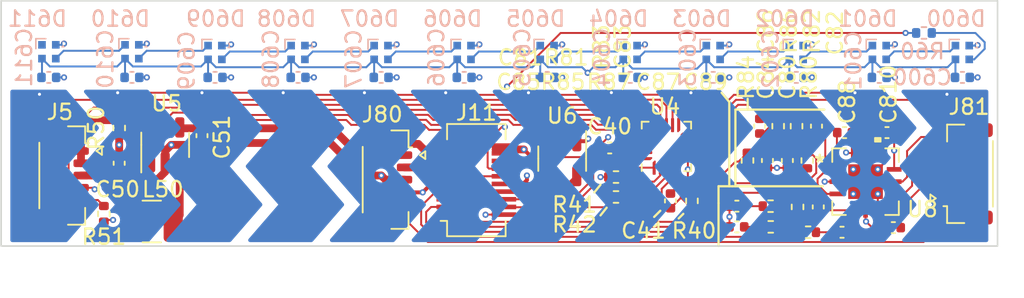
<source format=kicad_pcb>
(kicad_pcb (version 20211014) (generator pcbnew)
  (layers (0 "F.Cu" signal) (1 "In1.Cu" signal) (2 "In2.Cu" signal) (31 "B.Cu" signal) (34 "B.Paste" user) (35 "F.Paste" user) (36 "B.SilkS" user "B.Silkscreen") (37 "F.SilkS" user "F.Silkscreen") (38 "B.Mask" user) (39 "F.Mask" user) (44 "Edge.Cuts" user))
  (net 0 "")
  (net 1 "GND")
  (net 2 "GNDA")
  (net 3 "+3V3")
  (net 4 "Net-(C41-Pad1)")
  (net 5 "/LED_SW")
  (net 6 "VBUS")
  (net 7 "+1V8")
  (net 8 "+BATT")
  (net 9 "Net-(C80-Pad1)")
  (net 10 "Net-(C81-Pad1)")
  (net 11 "Net-(C82-Pad2)")
  (net 12 "/RGB_VDD")
  (net 13 "Net-(D600-Pad4)")
  (net 14 "Net-(D600-Pad2)")
  (net 15 "Net-(D601-Pad4)")
  (net 16 "Net-(D602-Pad4)")
  (net 17 "Net-(D603-Pad4)")
  (net 18 "Net-(D604-Pad4)")
  (net 19 "Net-(D605-Pad4)")
  (net 20 "Net-(D606-Pad4)")
  (net 21 "Net-(D607-Pad4)")
  (net 22 "Net-(D608-Pad4)")
  (net 23 "Net-(D609-Pad4)")
  (net 24 "Net-(D610-Pad4)")
  (net 26 "Net-(R40-Pad2)")
  (net 27 "/SCL")
  (net 28 "/SDA")
  (net 29 "/LED_FB")
  (net 30 "/D2")
  (net 31 "/vs1053_RIGHT")
  (net 32 "/vs1053_LEFT")
  (net 33 "Net-(C82-Pad1)")
  (net 34 "/AOHPR")
  (net 35 "/AOHPL")
  (net 36 "/L_OUT")
  (net 37 "/D3")
  (net 38 "/D11")
  (net 39 "/D7")
  (net 40 "/ELEC0")
  (net 41 "/ELEC1")
  (net 42 "/ELEC2")
  (net 43 "/ELEC3")
  (net 44 "/ELEC4")
  (net 45 "/ELEC5")
  (net 46 "/ELEC6")
  (net 47 "/ELEC7")
  (net 48 "/ELEC8")
  (net 49 "/ELEC9")
  (net 50 "/ELEC10")
  (net 51 "/ELEC11")
  (net 52 "Net-(L50-Pad1)")
  (net 54 "/R_OUT")
  (net 55 "Net-(C88-Pad1)")
  (net 56 "Net-(C88-Pad2)")
  (net 57 "Net-(C89-Pad1)")
  (net 58 "Net-(C84-Pad1)")
  (net 59 "Net-(C85-Pad1)")
  (net 60 "Net-(C86-Pad1)")
  (net 61 "Net-(C87-Pad1)")
  (net 62 "/A3")
  (net 63 "Net-(C83-Pad1)")
  (net 64 "Net-(C83-Pad2)")
  (footprint "Resistor_SMD:R_0402_1005Metric" (layer "F.Cu") (at 71.7 117.9 -90)
    (fp_text reference "R51")
    (fp_text value "100K")
  )
  (footprint "Capacitor_SMD:C_0402_1005Metric" (layer "F.Cu") (at 114.489588 112.18 90)
    (fp_text reference "C86")
    (fp_text value "1uf")
  )
  (footprint "Capacitor_SMD:C_0402_1005Metric" (layer "F.Cu") (at 116.289588 114.42 -90)
    (fp_text reference "C80")
    (fp_text value "10nF")
  )
  (footprint "Connector_Hirose:Hirose_DF52-5S-0.8H_1x05-1MP_P0.80mm_Horizontal" (layer "F.Cu") (at 69.11 115.4 -90)
    (fp_text reference "J5")
    (fp_text value "Conn_01x05_Female")
  )
  (footprint "Connector_Hirose:Hirose_DF12_DF12C3.0-20DS-0.5V_2x10_P0.50mm_Vertical" (layer "F.Cu") (at 96 115.7 90)
    (fp_text reference "J11")
    (fp_text value "Conn_01x20_Male")
  )
  (footprint "Resistor_SMD:R_0402_1005Metric" (layer "F.Cu") (at 117.589588 114.42 -90)
    (fp_text reference "R80")
    (fp_text value "22")
  )
  (footprint "Resistor_SMD:R_0402_1005Metric" (layer "F.Cu") (at 105.11 116.8 180)
    (fp_text reference "R42")
    (fp_text value "10K")
  )
  (footprint "Resistor_SMD:R_0402_1005Metric" (layer "F.Cu") (at 105.11 115.5 180)
    (fp_text reference "R41")
    (fp_text value "10K")
  )
  (footprint "Inductor_SMD:L_1210_3225Metric" (layer "F.Cu") (at 74.825 118.4 180)
    (fp_text reference "L50")
    (fp_text value "4.7μH")
  )
  (footprint "Capacitor_SMD:C_0402_1005Metric" (layer "F.Cu") (at 112.995 118.75 180)
    (fp_text reference "C85")
    (fp_text value "10nF")
  )
  (footprint "Capacitor_SMD:C_0402_1005Metric" (layer "F.Cu") (at 118.305 117.45 90)
    (fp_text reference "C83")
    (fp_text value "1uf")
  )
  (footprint "Connector_Hirose:Hirose_DF52-5S-0.8H_1x05-1MP_P0.80mm_Horizontal" (layer "F.Cu") (at 90.205724 115.67 -90)
    (fp_text reference "J80")
    (fp_text value "Conn_01x04_Female")
  )
  (footprint "Resistor_SMD:R_0402_1005Metric" (layer "F.Cu") (at 116.889588 112.18 -90)
    (fp_text reference "R82")
    (fp_text value "100")
  )
  (footprint "Resistor_SMD:R_0402_1005Metric" (layer "F.Cu") (at 117.645 119.1 180)
    (fp_text reference "R87")
    (fp_text value "100")
  )
  (footprint "footprints:max9725aetc&plus_" (layer "F.Cu") (at 121.389588 115.8)
    (fp_text reference "U8")
    (fp_text value "max9725aetc+" hide)
  )
  (footprint "Package_TO_SOT_SMD:SOT-23-5" (layer "F.Cu") (at 101.6 114.3 -90)
    (fp_text reference "U6")
    (fp_text value "AP22814AW5")
  )
  (footprint "Resistor_SMD:R_0402_1005Metric" (layer "F.Cu") (at 113.689588 114.42 -90)
    (fp_text reference "R84")
    (fp_text value "22")
  )
  (footprint "Resistor_SMD:R_0402_1005Metric" (layer "F.Cu") (at 115.195 117.4 180)
    (fp_text reference "R81")
    (fp_text value "22")
  )
  (footprint "Package_DFN_QFN:UQFN-20_3x3mm_P0.4mm" (layer "F.Cu") (at 108.4 113.5 90)
    (fp_text reference "U4")
    (fp_text value "MPR121Q")
  )
  (footprint "Capacitor_SMD:C_0402_1005Metric" (layer "F.Cu") (at 123.205 118.8)
    (fp_text reference "C89")
    (fp_text value "1uf")
  )
  (footprint "Capacitor_SMD:C_0402_1005Metric" (layer "F.Cu") (at 104.7 113.6 180)
    (fp_text reference "C40")
    (fp_text value "0.1uF")
  )
  (footprint "Package_TO_SOT_SMD:TSOT-23-5" (layer "F.Cu") (at 75.7 113.4 90)
    (fp_text reference "U5")
    (fp_text value "PAM2804")
  )
  (footprint "Resistor_SMD:R_0402_1005Metric" (layer "F.Cu") (at 116.955 117.45 90)
    (fp_text reference "R83")
    (fp_text value "100")
  )
  (footprint "Resistor_SMD:R_0402_1005Metric" (layer "F.Cu") (at 110.065 117.055 90)
    (fp_text reference "R40")
    (fp_text value "75K")
  )
  (footprint "Capacitor_SMD:C_0402_1005Metric" (layer "F.Cu") (at 72.7 114.6 90)
    (fp_text reference "C50")
    (fp_text value "10uF")
  )
  (footprint "Resistor_SMD:R_0402_1005Metric" (layer "F.Cu") (at 72.7 112.3 -90)
    (fp_text reference "R50")
    (fp_text value "0.33")
  )
  (footprint "Capacitor_SMD:C_0402_1005Metric" (layer "F.Cu") (at 118.189588 112.18 90)
    (fp_text reference "C82")
    (fp_text value "1uf")
  )
  (footprint "Capacitor_SMD:C_0402_1005Metric" (layer "F.Cu") (at 122.789588 112.6 180)
    (fp_text reference "C810")
    (fp_text value "1uf")
  )
  (footprint "Capacitor_SMD:C_0402_1005Metric" (layer "F.Cu") (at 120.022688 112.6)
    (fp_text reference "C88")
    (fp_text value "1uf")
  )
  (footprint "Capacitor_SMD:C_0402_1005Metric" (layer "F.Cu") (at 78.1 112.8 90)
    (fp_text reference "C51")
    (fp_text value "10uF")
  )
  (footprint "Capacitor_SMD:C_0402_1005Metric" (layer "F.Cu") (at 114.989588 114.42 -90)
    (fp_text reference "C84")
    (fp_text value "10nF")
  )
  (footprint "Capacitor_SMD:C_0402_1005Metric" (layer "F.Cu") (at 112.995 117.4 180)
    (fp_text reference "C81")
    (fp_text value "10nF")
  )
  (footprint "Capacitor_SMD:C_0402_1005Metric" (layer "F.Cu") (at 108.665 117.055 -90)
    (fp_text reference "C41")
    (fp_text value "0.1uF")
  )
  (footprint "Connector_Hirose:Hirose_DF52-5S-0.8H_1x05-1MP_P0.80mm_Horizontal" (layer "F.Cu") (at 128.08 115.29 90)
    (fp_text reference "J81")
    (fp_text value "Conn_01x02_Female")
  )
  (footprint "Capacitor_SMD:C_0402_1005Metric" (layer "F.Cu") (at 119.855 119.1)
    (fp_text reference "C87")
    (fp_text value "1uf")
  )
  (footprint "Resistor_SMD:R_0402_1005Metric" (layer "F.Cu") (at 115.689588 112.18 -90)
    (fp_text reference "R86")
    (fp_text value "100")
  )
  (footprint "Resistor_SMD:R_0402_1005Metric" (layer "F.Cu") (at 115.205 118.75 180)
    (fp_text reference "R85")
    (fp_text value "22")
  )
  (footprint "LED_SMD:LED_SK6812_EC15_1.5x1.5mm" (layer "B.Cu") (at 68.114008 107.323489 180)
    (fp_text reference "D611")
    (fp_text value "SK6812")
  )
  (footprint "Capacitor_SMD:C_0402_1005Metric" (layer "B.Cu") (at 78.955715 109)
    (fp_text reference "C609")
    (fp_text value "1uF")
  )
  (footprint "LED_SMD:LED_SK6812_EC15_1.5x1.5mm" (layer "B.Cu") (at 100.618132 107.373489 180)
    (fp_text reference "D605")
    (fp_text value "SK6812")
  )
  (footprint "LED_SMD:LED_SK6812_EC15_1.5x1.5mm" (layer "B.Cu") (at 127.704903 107.373489 180)
    (fp_text reference "D600")
    (fp_text value "SK6812")
  )
  (footprint "LED_SMD:LED_SK6812_EC15_1.5x1.5mm" (layer "B.Cu") (at 89.783424 107.373489 180)
    (fp_text reference "D607")
    (fp_text value "SK6812")
  )
  (footprint "Capacitor_SMD:C_0402_1005Metric" (layer "B.Cu") (at 95.207201 109)
    (fp_text reference "C606")
    (fp_text value "1uF")
  )
  (footprint "LED_SMD:LED_SK6812_EC15_1.5x1.5mm" (layer "B.Cu") (at 122.287548 107.373489 180)
    (fp_text reference "D601")
    (fp_text value "SK6812")
  )
  (footprint "Capacitor_SMD:C_0402_1005Metric" (layer "B.Cu") (at 100.624826 109)
    (fp_text reference "C605")
    (fp_text value "1uF")
  )
  (footprint "Capacitor_SMD:C_0402_1005Metric" (layer "B.Cu") (at 122.284969 109)
    (fp_text reference "C601")
    (fp_text value "1uF")
  )
  (footprint "Capacitor_SMD:C_0402_1005Metric" (layer "B.Cu") (at 127.709539 109)
    (fp_text reference "C600")
    (fp_text value "1uF")
  )
  (footprint "Capacitor_SMD:C_0402_1005Metric" (layer "B.Cu") (at 68.11 109)
    (fp_text reference "C611")
    (fp_text value "1uF")
  )
  (footprint "Capacitor_SMD:C_0402_1005Metric" (layer "B.Cu") (at 106.038203 109)
    (fp_text reference "C604")
    (fp_text value "1uF")
  )
  (footprint "LED_SMD:LED_SK6812_EC15_1.5x1.5mm" (layer "B.Cu") (at 95.200778 107.373489 180)
    (fp_text reference "D606")
    (fp_text value "SK6812")
  )
  (footprint "Capacitor_SMD:C_0402_1005Metric" (layer "B.Cu") (at 84.370871 109)
    (fp_text reference "C608")
    (fp_text value "1uF")
  )
  (footprint "Capacitor_SMD:C_0402_1005Metric" (layer "B.Cu") (at 116.873093 109)
    (fp_text reference "C602")
    (fp_text value "1uF")
  )
  (footprint "Resistor_SMD:R_0402_1005Metric" (layer "B.Cu") (at 125.2 106.1)
    (fp_text reference "R60")
    (fp_text value "470")
  )
  (footprint "LED_SMD:LED_SK6812_EC15_1.5x1.5mm" (layer "B.Cu") (at 116.870194 107.373489 180)
    (fp_text reference "D602")
    (fp_text value "SK6812")
  )
  (footprint "LED_SMD:LED_SK6812_EC15_1.5x1.5mm" (layer "B.Cu") (at 106.035486 107.373489 180)
    (fp_text reference "D604")
    (fp_text value "SK6812")
  )
  (footprint "Capacitor_SMD:C_0402_1005Metric" (layer "B.Cu") (at 89.789267 109)
    (fp_text reference "C607")
    (fp_text value "1uF")
  )
  (footprint "LED_SMD:LED_SK6812_EC15_1.5x1.5mm" (layer "B.Cu") (at 73.531362 107.323489 180)
    (fp_text reference "D610")
    (fp_text value "SK6812")
  )
  (footprint "LED_SMD:LED_SK6812_EC15_1.5x1.5mm" (layer "B.Cu") (at 84.36607 107.373489 180)
    (fp_text reference "D608")
    (fp_text value "SK6812")
  )
  (footprint "Capacitor_SMD:C_0402_1005Metric" (layer "B.Cu") (at 73.533846 109)
    (fp_text reference "C610")
    (fp_text value "1uF")
  )
  (footprint "LED_SMD:LED_SK6812_EC15_1.5x1.5mm" (layer "B.Cu") (at 111.45284 107.373489 180)
    (fp_text reference "D603")
    (fp_text value "SK6812")
  )
  (footprint "Capacitor_SMD:C_0402_1005Metric" (layer "B.Cu") (at 111.451456 109)
    (fp_text reference "C603")
    (fp_text value "1uF")
  )
  (footprint "LED_SMD:LED_SK6812_EC15_1.5x1.5mm" (layer "B.Cu") (at 78.948716 107.373489 180)
    (fp_text reference "D609")
    (fp_text value "SK6812")
  )
  (gr_line (start 112.9 116.1) (end 112.9 111.1) (layer "F.SilkS") (width 0.15))
  (gr_line (start 107.6 118.1) (end 108 117.7) (layer "F.SilkS") (width 0.15))
  (gr_line (start 112.9 111.1) (end 118.7 111.1) (layer "F.SilkS") (width 0.15))
  (gr_line (start 111.8 116.1) (end 112.7 116.1) (layer "F.SilkS") (width 0.15))
  (gr_line (start 112.7 116.1) (end 118.6 116.1) (layer "F.SilkS") (width 0.15))
  (gr_line (start 111.8 117.2) (end 111.8 116.1) (layer "F.SilkS") (width 0.15))
  (gr_line (start 113.7 110.4) (end 113.7 111.1) (layer "F.SilkS") (width 0.15))
  (gr_line (start 111.8 120) (end 111.8 117.2) (layer "F.SilkS") (width 0.15))
  (gr_line (start 104.1 118) (end 104.5 117.5) (layer "F.SilkS") (width 0.15))
  (gr_line (start 109.2 118.2) (end 109.5 117.9) (layer "F.SilkS") (width 0.15))
  (gr_line (start 112.5 116.1) (end 112.5 110.6) (layer "F.SilkS") (width 0.15))
  (gr_line (start 103.7 116.5) (end 104.1 116) (layer "F.SilkS") (width 0.15))
  (gr_line (start 112.5 110.6) (end 112 110) (layer "F.SilkS") (width 0.15))
  (gr_rect locked (start 65 104) (end 130 120) (layer "Edge.Cuts") (width 0.1) (fill none))
  (segment (start 71.81 118.3) (end 71.7 118.41) (width 0.127) (layer "F.Cu") (net 1))
  (segment (start 89.8 115.4) (end 90.07 115.67) (width 0.508) (layer "F.Cu") (net 1))
  (segment (start 99.55152 114.15152) (end 99.1 113.7) (width 0.254) (layer "F.Cu") (net 1))
  (segment (start 90.07 115.67) (end 91.315724 115.67) (width 0.508) (layer "F.Cu") (net 1))
  (segment (start 108.8 115.560044) (end 108.8 114.8875) (width 0.127) (layer "F.Cu") (net 1))
  (segment (start 101.49696 114.2) (end 103.62 114.2) (width 0.127) (layer "F.Cu") (net 1))
  (segment (start 72.7 114.1) (end 72.7 113.4) (width 0.508) (layer "F.Cu") (net 1))
  (segment (start 108.09198 116.96198) (end 108.09198 116.268064) (width 0.127) (layer "F.Cu") (net 1))
  (segment (start 76.1 113.4) (end 77.98 113.4) (width 0.508) (layer "F.Cu") (net 1))
  (segment (start 73.99648 115.19648) (end 73.99648 115.299986) (width 0.508) (layer "F.Cu") (net 1))
  (segment (start 109.335 116.865) (end 109.335 116.36677) (width 0.127) (layer "F.Cu") (net 1))
  (segment (start 101.44848 114.15152) (end 101.49696 114.2) (width 0.127) (layer "F.Cu") (net 1))
  (segment (start 108.09198 116.268064) (end 108.8 115.560044) (width 0.127) (layer "F.Cu") (net 1))
  (segment (start 74.350014 115.65352) (end 75.203502 115.65352) (width 0.508) (layer "F.Cu") (net 1))
  (segment (start 75.203502 115.65352) (end 75.7 115.157022) (width 0.508) (layer "F.Cu") (net 1))
  (segment (start 86.48 113.28) (end 88.6 115.4) (width 0.508) (layer "F.Cu") (net 1))
  (segment (start 72.7 114.12) (end 72.7 114.1) (width 0.508) (layer "F.Cu") (net 1))
  (segment (start 72.7 113.4) (end 72.7 112.81) (width 0.508) (layer "F.Cu") (net 1))
  (segment (start 108.665 117.535) (end 108.09198 116.96198) (width 0.127) (layer "F.Cu") (net 1))
  (segment (start 75.7 115.157022) (end 75.7 114.5375) (width 0.508) (layer "F.Cu") (net 1))
  (segment (start 88.6 115.4) (end 89.8 115.4) (width 0.508) (layer "F.Cu") (net 1))
  (segment (start 109.8 115) (end 109.8 114.3125) (width 0.127) (layer "F.Cu") (net 1))
  (segment (start 77.98 113.4) (end 78.1 113.28) (width 0.508) (layer "F.Cu") (net 1))
  (segment (start 109.8 115.90177) (end 109.8 115) (width 0.127) (layer "F.Cu") (net 1))
  (segment (start 101.44848 114.15152) (end 99.55152 114.15152) (width 0.254) (layer "F.Cu") (net 1))
  (segment (start 101.6 114) (end 101.6 113.1625) (width 0.254) (layer "F.Cu") (net 1))
  (segment (start 103.62 114.2) (end 104.22 113.6) (width 0.127) (layer "F.Cu") (net 1))
  (segment (start 110.065 117.565) (end 109.365 116.865) (width 0.127) (layer "F.Cu") (net 1))
  (segment (start 104.22 113.6) (end 104.22 113.28) (width 0.127) (layer "F.Cu") (net 1))
  (segment (start 72.7 114.12) (end 72.92 114.12) (width 0.508) (layer "F.Cu") (net 1))
  (segment (start 109.8 114.3125) (end 109.7875 114.3) (width 0.127) (layer "F.Cu") (net 1))
  (segment (start 101.6 114) (end 101.44848 114.15152) (width 0.254) (layer "F.Cu") (net 1))
  (segment (start 78.1 113.28) (end 86.48 113.28) (width 0.508) (layer "F.Cu") (net 1))
  (segment (start 73.99648 115.299986) (end 74.350014 115.65352) (width 0.508) (layer "F.Cu") (net 1))
  (segment (start 75.7 113.8) (end 76.1 113.4) (width 0.508) (layer "F.Cu") (net 1))
  (segment (start 75.7 114.5375) (end 75.7 113.8) (width 0.508) (layer "F.Cu") (net 1))
  (segment (start 72.3 118.3) (end 71.81 118.3) (width 0.127) (layer "F.Cu") (net 1))
  (segment (start 109.335 116.865) (end 108.665 117.535) (width 0.127) (layer "F.Cu") (net 1))
  (segment (start 99.1 113.7) (end 97.254009 113.7) (width 0.508) (layer "F.Cu") (net 1))
  (segment (start 72.92 114.12) (end 73.99648 115.19648) (width 0.508) (layer "F.Cu") (net 1))
  (segment (start 104.22 113.28) (end 104.6 112.9) (width 0.127) (layer "F.Cu") (net 1))
  (segment (start 109.335 116.36677) (end 109.8 115.90177) (width 0.127) (layer "F.Cu") (net 1))
  (via (at 80 106.848509) (size 0.4) (drill 0.2) (layers "F.Cu" "B.Cu") (net 1))
  (via (at 123.305924 106.837) (size 0.4) (drill 0.2) (layers "F.Cu" "B.Cu") (net 1))
  (via (at 96.2 109) (size 0.4) (drill 0.2) (layers "F.Cu" "B.Cu") (net 1))
  (via (at 69.1 109) (size 0.4) (drill 0.2) (layers "F.Cu" "B.Cu") (net 1))
  (via (at 107 109) (size 0.4) (drill 0.2) (layers "F.Cu" "B.Cu") (net 1))
  (via (at 72.7 113.4) (size 0.4) (drill 0.2) (layers "F.Cu" "B.Cu") (net 1))
  (via (at 69.1 106.798509) (size 0.4) (drill 0.2) (layers "F.Cu" "B.Cu") (net 1))
  (via (at 128.7 106.9) (size 0.4) (drill 0.2) (layers "F.Cu" "B.Cu") (net 1))
  (via (at 96.2 106.848509) (size 0.4) (drill 0.2) (layers "F.Cu" "B.Cu") (net 1))
  (via (at 107.000317 106.848509) (size 0.4) (drill 0.2) (layers "F.Cu" "B.Cu") (net 1))
  (via (at 101.602462 106.848509) (size 0.4) (drill 0.2) (layers "F.Cu" "B.Cu") (net 1))
  (via (at 101.6 109) (size 0.4) (drill 0.2) (layers "F.Cu" "B.Cu") (net 1))
  (via (at 128.7 109) (size 0.4) (drill 0.2) (layers "F.Cu" "B.Cu") (net 1))
  (via (at 99.1 113.7) (size 0.4) (drill 0.2) (layers "F.Cu" "B.Cu") (net 1))
  (via (at 109.8 115) (size 0.4) (drill 0.2) (layers "F.Cu" "B.Cu") (net 1))
  (via (at 85.407793 106.848509) (size 0.4) (drill 0.2) (layers "F.Cu" "B.Cu") (net 1))
  (via (at 72.3 118.3) (size 0.4) (drill 0.2) (layers "F.Cu" "B.Cu") (net 1))
  (via (at 104.6 112.9) (size 0.4) (drill 0.2) (layers "F.Cu" "B.Cu") (net 1))
  (via (at 74.5 109) (size 0.4) (drill 0.2) (layers "F.Cu" "B.Cu") (net 1))
  (via (at 123.3 109) (size 0.4) (drill 0.2) (layers "F.Cu" "B.Cu") (net 1))
  (via (at 117.907471 106.848509) (size 0.4) (drill 0.2) (layers "F.Cu" "B.Cu") (net 1))
  (via (at 80 109) (size 0.4) (drill 0.2) (layers "F.Cu" "B.Cu") (net 1))
  (via (at 117.9 109) (size 0.4) (drill 0.2) (layers "F.Cu" "B.Cu") (net 1))
  (via (at 85.4 109) (size 0.4) (drill 0.2) (layers "F.Cu" "B.Cu") (net 1))
  (via (at 112.5 106.848509) (size 0.4) (drill 0.2) (layers "F.Cu" "B.Cu") (net 1))
  (via (at 90.8 109) (size 0.4) (drill 0.2) (layers "F.Cu" "B.Cu") (net 1))
  (via (at 89.8 115.4) (size 0.4) (drill 0.2) (layers "F.Cu" "B.Cu") (net 1))
  (via (at 90.8 106.848509) (size 0.4) (drill 0.2) (layers "F.Cu" "B.Cu") (net 1))
  (via (at 76.1 113.4) (size 0.4) (drill 0.2) (layers "F.Cu" "B.Cu") (net 1))
  (via (at 112.5 109) (size 0.4) (drill 0.2) (layers "F.Cu" "B.Cu") (net 1))
  (via (at 74.502781 106.798509) (size 0.4) (drill 0.2) (layers "F.Cu" "B.Cu") (net 1))
  (segment (start 111.931456 109) (end 112.5 109) (width 0.127) (layer "B.Cu") (net 1))
  (segment (start 101.527482 106.923489) (end 101.602462 106.848509) (width 0.127) (layer "B.Cu") (net 1))
  (segment (start 74.013846 109) (end 74.5 109) (width 0.127) (layer "B.Cu") (net 1))
  (segment (start 101.104826 109) (end 101.6 109) (width 0.127) (layer "B.Cu") (net 1))
  (segment (start 106.925337 106.923489) (end 107.000317 106.848509) (width 0.127) (layer "B.Cu") (net 1))
  (segment (start 85.332813 106.923489) (end 85.407793 106.848509) (width 0.127) (layer "B.Cu") (net 1))
  (segment (start 122.764969 109) (end 123.3 109) (width 0.127) (layer "B.Cu") (net 1))
  (segment (start 68.564008 106.873489) (end 69.02502 106.873489) (width 0.127) (layer "B.Cu") (net 1))
  (segment (start 90.269267 109) (end 90.8 109) (width 0.127) (layer "B.Cu") (net 1))
  (segment (start 117.353093 109) (end 117.9 109) (width 0.127) (layer "B.Cu") (net 1))
  (segment (start 128.676511 106.923489) (end 128.7 106.9) (width 0.127) (layer "B.Cu") (net 1))
  (segment (start 111.90284 106.923489) (end 112.42502 106.923489) (width 0.127) (layer "B.Cu") (net 1))
  (segment (start 123.219435 106.923489) (end 123.305924 106.837) (width 0.127) (layer "B.Cu") (net 1))
  (segment (start 112.42502 106.923489) (end 112.5 106.848509) (width 0.127) (layer "B.Cu") (net 1))
  (segment (start 79.92502 106.923489) (end 80 106.848509) (width 0.127) (layer "B.Cu") (net 1))
  (segment (start 79.398716 106.923489) (end 79.92502 106.923489) (width 0.127) (layer "B.Cu") (net 1))
  (segment (start 117.320194 106.923489) (end 117.832491 106.923489) (width 0.127) (layer "B.Cu") (net 1))
  (segment (start 68.59 109) (end 69.1 109) (width 0.127) (layer "B.Cu") (net 1))
  (segment (start 106.518203 109) (end 107 109) (width 0.127) (layer "B.Cu") (net 1))
  (segment (start 84.81607 106.923489) (end 85.332813 106.923489) (width 0.127) (layer "B.Cu") (net 1))
  (segment (start 95.650778 106.923489) (end 96.12502 106.923489) (width 0.127) (layer "B.Cu") (net 1))
  (segment (start 101.068132 106.923489) (end 101.527482 106.923489) (width 0.127) (layer "B.Cu") (net 1))
  (segment (start 79.435715 109) (end 80 109) (width 0.127) (layer "B.Cu") (net 1))
  (segment (start 128.154903 106.923489) (end 128.676511 106.923489) (width 0.127) (layer "B.Cu") (net 1))
  (segment (start 117.832491 106.923489) (end 117.907471 106.848509) (width 0.127) (layer "B.Cu") (net 1))
  (segment (start 73.981362 106.873489) (end 74.427801 106.873489) (width 0.127) (layer "B.Cu") (net 1))
  (segment (start 90.72502 106.923489) (end 90.8 106.848509) (width 0.127) (layer "B.Cu") (net 1))
  (segment (start 69.02502 106.873489) (end 69.1 106.798509) (width 0.127) (layer "B.Cu") (net 1))
  (segment (start 74.427801 106.873489) (end 74.502781 106.798509) (width 0.127) (layer "B.Cu") (net 1))
  (segment (start 95.687201 109) (end 96.2 109) (width 0.127) (layer "B.Cu") (net 1))
  (segment (start 90.233424 106.923489) (end 90.72502 106.923489) (width 0.127) (layer "B.Cu") (net 1))
  (segment (start 106.485486 106.923489) (end 106.925337 106.923489) (width 0.127) (layer "B.Cu") (net 1))
  (segment (start 96.12502 106.923489) (end 96.2 106.848509) (width 0.127) (layer "B.Cu") (net 1))
  (segment (start 122.737548 106.923489) (end 123.219435 106.923489) (width 0.127) (layer "B.Cu") (net 1))
  (segment (start 128.189539 109) (end 128.7 109) (width 0.127) (layer "B.Cu") (net 1))
  (segment (start 84.850871 109) (end 85.4 109) (width 0.127) (layer "B.Cu") (net 1))
  (segment (start 121.389588 113.9331) (end 121.389588 115.8) (width 0.127) (layer "F.Cu") (net 2))
  (segment (start 92.5 116.5) (end 91.345724 116.5) (width 0.254) (layer "F.Cu") (net 2))
  (segment (start 91.345724 116.5) (end 91.315724 116.47) (width 0.254) (layer "F.Cu") (net 2))
  (segment (start 122.605 112.895412) (end 122.605 114.584588) (width 0.127) (layer "F.Cu") (net 2))
  (segment (start 122.189589 117.6669) (end 122.5519 117.6669) (width 0.127) (layer "F.Cu") (net 2))
  (segment (start 122.189588 116.6) (end 121.389588 115.8) (width 0.127) (layer "F.Cu") (net 2))
  (segment (start 112.515 118.09) (end 112.515 117.4) (width 0.127) (layer "F.Cu") (net 2))
  (segment (start 122.189589 117.6669) (end 122.189589 116.600001) (width 0.127) (layer "F.Cu") (net 2))
  (segment (start 126.97 114.49) (end 126.721257 114.49) (width 0.127) (layer "F.Cu") (net 2))
  (segment (start 122.605 114.584588) (end 122.189588 115) (width 0.127) (layer "F.Cu") (net 2))
  (segment (start 94.2 115.95) (end 93.05 115.95) (width 0.254) (layer "F.Cu") (net 2))
  (segment (start 115.609588 114.9) (end 116.289588 114.9) (width 0.127) (layer "F.Cu") (net 2))
  (segment (start 122.189589 116.600001) (end 122.189588 116.6) (width 0.127) (layer "F.Cu") (net 2))
  (segment (start 114.989588 114.9) (end 115.609588 114.9) (width 0.127) (layer "F.Cu") (net 2))
  (segment (start 93.05 115.95) (end 92.5 116.5) (width 0.254) (layer "F.Cu") (net 2))
  (segment (start 122.309588 112.6) (end 122.605 112.895412) (width 0.127) (layer "F.Cu") (net 2))
  (segment (start 126.721257 114.49) (end 123.685 117.526257) (width 0.127) (layer "F.Cu") (net 2))
  (segment (start 122.5519 117.6669) (end 123.685 118.8) (width 0.127) (layer "F.Cu") (net 2))
  (segment (start 112.515 118.75) (end 112.515 118.09) (width 0.127) (layer "F.Cu") (net 2))
  (segment (start 123.685 117.526257) (end 123.685 118.8) (width 0.127) (layer "F.Cu") (net 2))
  (via (at 122.189588 115) (size 0.4) (drill 0.2) (layers "F.Cu" "B.Cu") (net 2))
  (via (at 115.609588 114.9) (size 0.4) (drill 0.2) (layers "F.Cu" "B.Cu") (net 2))
  (via (at 112.515 118.09) (size 0.4) (drill 0.2) (layers "F.Cu" "B.Cu") (net 2))
  (via (at 120.589588 116.6) (size 0.4) (drill 0.2) (layers "F.Cu" "B.Cu") (net 2))
  (via (at 92.5 116.5) (size 0.4) (drill 0.2) (layers "F.Cu" "B.Cu") (net 2))
  (via (at 120.589588 115) (size 0.4) (drill 0.2) (layers "F.Cu" "B.Cu") (net 2))
  (via (at 122.189588 116.6) (size 0.4) (drill 0.2) (layers "F.Cu" "B.Cu") (net 2))
  (segment (start 71 116.2) (end 71.1 116.3) (width 0.127) (layer "F.Cu") (net 3))
  (segment (start 97.8 115.95) (end 99.05 115.95) (width 0.254) (layer "F.Cu") (net 3))
  (segment (start 99.05 115.95) (end 99.3 115.7) (width 0.254) (layer "F.Cu") (net 3))
  (segment (start 70.21 116.2) (end 71 116.2) (width 0.127) (layer "F.Cu") (net 3))
  (segment (start 107.0125 114.3) (end 105.88 114.3) (width 0.127) (layer "F.Cu") (net 3))
  (segment (start 99.3 115.7) (end 99.3 115.4) (width 0.254) (layer "F.Cu") (net 3))
  (segment (start 99.05 115.95) (end 99.826099 115.95) (width 0.254) (layer "F.Cu") (net 3))
  (segment (start 104.6 115.5) (end 104.1 115.5) (width 0.127) (layer "F.Cu") (net 3))
  (segment (start 104.6 115.5) (end 104.6 116.8) (width 0.127) (layer "F.Cu") (net 3))
  (segment (start 101.56098 116.42652) (end 102.55 115.4375) (width 0.254) (layer "F.Cu") (net 3))
  (segment (start 99.826099 115.95) (end 100.302619 116.42652) (width 0.254) (layer "F.Cu") (net 3))
  (segment (start 105.88 114.3) (end 105.18 113.6) (width 0.127) (layer "F.Cu") (net 3))
  (segment (start 100.302619 116.42652) (end 101.56098 116.42652) (width 0.254) (layer "F.Cu") (net 3))
  (via (at 71.1 116.3) (size 0.4) (drill 0.2) (layers "F.Cu" "B.Cu") (net 3))
  (via (at 99.3 115.4) (size 0.4) (drill 0.2) (layers "F.Cu" "B.Cu") (net 3))
  (via (at 104.1 115.5) (size 0.4) (drill 0.2) (layers "F.Cu" "B.Cu") (net 3))
  (segment (start 109.2 116.04) (end 109.2 114.8875) (width 0.127) (layer "F.Cu") (net 4))
  (segment (start 108.665 116.575) (end 109.2 116.04) (width 0.127) (layer "F.Cu") (net 4))
  (segment (start 72.7 115.08) (end 72.38 115.4) (width 0.508) (layer "F.Cu") (net 5))
  (segment (start 72.7 115.08) (end 72.7 117.675) (width 0.508) (layer "F.Cu") (net 5))
  (segment (start 72.7 117.675) (end 73.425 118.4) (width 0.508) (layer "F.Cu") (net 5))
  (segment (start 72.38 115.4) (end 70.21 115.4) (width 0.508) (layer "F.Cu") (net 5))
  (segment (start 86.606152 112.32) (end 88.586152 114.3) (width 0.508) (layer "F.Cu") (net 6))
  (segment (start 92.22 113.34) (end 92.59 113.71) (width 0.508) (layer "F.Cu") (net 6))
  (segment (start 88.586152 114.3) (end 89.767574 114.3) (width 0.508) (layer "F.Cu") (net 6))
  (segment (start 76.7075 112.32) (end 78.1 112.32) (width 0.508) (layer "F.Cu") (net 6))
  (segment (start 92.22 113.34) (end 90.727574 113.34) (width 0.508) (layer "F.Cu") (net 6))
  (segment (start 92.59 113.71) (end 94.77 113.71) (width 0.508) (layer "F.Cu") (net 6))
  (segment (start 76.65 112.2625) (end 76.7075 112.32) (width 0.508) (layer "F.Cu") (net 6))
  (segment (start 90.727574 113.34) (end 89.767574 114.3) (width 0.508) (layer "F.Cu") (net 6))
  (segment (start 78.1 112.32) (end 86.606152 112.32) (width 0.508) (layer "F.Cu") (net 6))
  (segment (start 96.60744 117.95) (end 96.6 117.95744) (width 0.127) (layer "F.Cu") (net 7))
  (segment (start 123.256488 113.7669) (end 123.256488 112.6131) (width 0.127) (layer "F.Cu") (net 7))
  (segment (start 120.155788 113.9331) (end 120.122688 113.9) (width 0.127) (layer "F.Cu") (net 7))
  (segment (start 123.256488 114.999999) (end 123.256488 113.7669) (width 0.127) (layer "F.Cu") (net 7))
  (segment (start 120.589587 113.9331) (end 120.155788 113.9331) (width 0.127) (layer "F.Cu") (net 7))
  (segment (start 97.8 117.95) (end 96.60744 117.95) (width 0.127) (layer "F.Cu") (net 7))
  (via (at 96.6 117.95744) (size 0.4) (drill 0.2) (layers "F.Cu" "B.Cu") (net 7))
  (via (at 120.122688 113.9) (size 0.4) (drill 0.2) (layers "F.Cu" "B.Cu") (net 7))
  (via (at 123.256488 113.7669) (size 0.4) (drill 0.2) (layers "F.Cu" "B.Cu") (net 7))
  (segment (start 92.8 114.7) (end 92.63 114.87) (width 0.508) (layer "F.Cu") (net 8))
  (segment (start 92.63 114.87) (end 91.315724 114.87) (width 0.508) (layer "F.Cu") (net 8))
  (segment (start 92.8 114.7) (end 94.8 114.7) (width 0.508) (layer "F.Cu") (net 8))
  (segment (start 117.279588 114.93) (end 116.289588 113.94) (width 0.127) (layer "F.Cu") (net 9))
  (segment (start 117.589588 114.93) (end 117.279588 114.93) (width 0.127) (layer "F.Cu") (net 9))
  (segment (start 113.475 117.4) (end 114.685 117.4) (width 0.127) (layer "F.Cu") (net 10))
  (segment (start 114.389588 111.7) (end 114.952608 111.13698) (width 0.127) (layer "F.Cu") (net 11))
  (segment (start 118.259677 115.991787) (end 118.867891 116.600001) (width 0.127) (layer "F.Cu") (net 11))
  (segment (start 117.726568 111.13698) (end 118.289588 111.7) (width 0.127) (layer "F.Cu") (net 11))
  (segment (start 118.762608 115.105282) (end 118.259677 115.608213) (width 0.127) (layer "F.Cu") (net 11))
  (segment (start 118.189588 111.7) (end 118.762608 112.27302) (width 0.127) (layer "F.Cu") (net 11))
  (segment (start 114.952608 111.13698) (end 117.726568 111.13698) (width 0.127) (layer "F.Cu") (net 11))
  (segment (start 118.867891 116.600001) (end 119.522688 116.600001) (width 0.127) (layer "F.Cu") (net 11))
  (segment (start 118.762608 112.27302) (end 118.762608 115.105282) (width 0.127) (layer "F.Cu") (net 11))
  (segment (start 118.259677 115.608213) (end 118.259677 115.991787) (width 0.127) (layer "F.Cu") (net 11))
  (segment (start 103.1375 113.1625) (end 103.3 113) (width 0.254) (layer "F.Cu") (net 12))
  (segment (start 102.55 113.1625) (end 103.1375 113.1625) (width 0.254) (layer "F.Cu") (net 12))
  (via (at 103.2625 108.7) (size 0.4) (drill 0.2) (layers "F.Cu" "B.Cu") (net 12))
  (via (at 103.3 113) (size 0.4) (drill 0.2) (layers "F.Cu" "B.Cu") (net 12))
  (segment (start 73.081362 108.972484) (end 73.053846 109) (width 0.127) (layer "B.Cu") (net 12))
  (segment (start 122.350559 108.3365) (end 126.741892 108.3365) (width 0.127) (layer "B.Cu") (net 12))
  (segment (start 102.899 108.3365) (end 103.2625 108.7) (width 0.127) (layer "B.Cu") (net 12))
  (segment (start 94.750778 108.976423) (end 94.727201 109) (width 0.127) (layer "B.Cu") (net 12))
  (segment (start 100.168132 107.823489) (end 99.655121 108.3365) (width 0.127) (layer "B.Cu") (net 12))
  (segment (start 83.91607 108.974801) (end 83.890871 109) (width 0.127) (layer "B.Cu") (net 12))
  (segment (start 89.846435 108.3365) (end 94.237767 108.3365) (width 0.127) (layer "B.Cu") (net 12))
  (segment (start 83.403059 108.3365) (end 83.91607 107.823489) (width 0.127) (layer "B.Cu") (net 12))
  (segment (start 83.91607 107.823489) (end 84.429081 108.3365) (width 0.127) (layer "B.Cu") (net 12))
  (segment (start 116.420194 107.823489) (end 116.420194 108.972899) (width 0.127) (layer "B.Cu") (net 12))
  (segment (start 127.254903 108.974636) (end 127.229539 109) (width 0.127) (layer "B.Cu") (net 12))
  (segment (start 121.837548 107.823489) (end 121.837548 108.967421) (width 0.127) (layer "B.Cu") (net 12))
  (segment (start 121.837548 108.967421) (end 121.804969 109) (width 0.127) (layer "B.Cu") (net 12))
  (segment (start 89.333424 107.823489) (end 89.846435 108.3365) (width 0.127) (layer "B.Cu") (net 12))
  (segment (start 89.333424 107.823489) (end 89.333424 108.975843) (width 0.127) (layer "B.Cu") (net 12))
  (segment (start 110.399349 108.42698) (end 111.00284 107.823489) (width 0.127) (layer "B.Cu") (net 12))
  (segment (start 115.907183 108.3365) (end 116.420194 107.823489) (width 0.127) (layer "B.Cu") (net 12))
  (segment (start 100.168132 107.823489) (end 100.168132 108.976694) (width 0.127) (layer "B.Cu") (net 12))
  (segment (start 73.081362 107.773489) (end 73.081362 108.972484) (width 0.127) (layer "B.Cu") (net 12))
  (segment (start 121.837548 107.823489) (end 122.350559 108.3365) (width 0.127) (layer "B.Cu") (net 12))
  (segment (start 106.188977 108.42698) (end 110.399349 108.42698) (width 0.127) (layer "B.Cu") (net 12))
  (segment (start 73.594373 108.2865) (end 78.035705 108.2865) (width 0.127) (layer "B.Cu") (net 12))
  (segment (start 105.585486 107.823489) (end 105.072475 108.3365) (width 0.127) (layer "B.Cu") (net 12))
  (segment (start 68.177019 108.2865) (end 72.568351 108.2865) (width 0.127) (layer "B.Cu") (net 12))
  (segment (start 78.498716 108.976999) (end 78.475715 109) (width 0.127) (layer "B.Cu") (net 12))
  (segment (start 105.585486 108.972717) (end 105.558203 109) (width 0.127) (layer "B.Cu") (net 12))
  (segment (start 78.498716 107.823489) (end 79.011727 108.3365) (width 0.127) (layer "B.Cu") (net 12))
  (segment (start 94.750778 107.823489) (end 94.750778 108.976423) (width 0.127) (layer "B.Cu") (net 12))
  (segment (start 127.254903 107.823489) (end 127.254903 108.974636) (width 0.127) (layer "B.Cu") (net 12))
  (segment (start 78.035705 108.2865) (end 78.498716 107.823489) (width 0.127) (layer "B.Cu") (net 12))
  (segment (start 83.91607 107.823489) (end 83.91607 108.974801) (width 0.127) (layer "B.Cu") (net 12))
  (segment (start 111.00284 108.968616) (end 110.971456 109) (width 0.127) (layer "B.Cu") (net 12))
  (segment (start 84.429081 108.3365) (end 88.820413 108.3365) (width 0.127) (layer "B.Cu") (net 12))
  (segment (start 78.498716 107.823489) (end 78.498716 108.976999) (width 0.127) (layer "B.Cu") (net 12))
  (segment (start 99.655121 108.3365) (end 95.263789 108.3365) (width 0.127) (layer "B.Cu") (net 12))
  (segment (start 67.664008 108.965992) (end 67.63 109) (width 0.127) (layer "B.Cu") (net 12))
  (segment (start 111.00284 107.823489) (end 111.515851 108.3365) (width 0.127) (layer "B.Cu") (net 12))
  (segment (start 116.420194 108.972899) (end 116.393093 109) (width 0.127) (layer "B.Cu") (net 12))
  (segment (start 79.011727 108.3365) (end 83.403059 108.3365) (width 0.127) (layer "B.Cu") (net 12))
  (segment (start 105.072475 108.3365) (end 103.626 108.3365) (width 0.127) (layer "B.Cu") (net 12))
  (segment (start 67.664008 107.773489) (end 67.664008 108.965992) (width 0.127) (layer "B.Cu") (net 12))
  (segment (start 94.237767 108.3365) (end 94.750778 107.823489) (width 0.127) (layer "B.Cu") (net 12))
  (segment (start 100.681143 108.3365) (end 102.899 108.3365) (width 0.127) (layer "B.Cu") (net 12))
  (segment (start 111.00284 107.823489) (end 111.00284 108.968616) (width 0.127) (layer "B.Cu") (net 12))
  (segment (start 73.081362 107.773489) (end 73.594373 108.2865) (width 0.127) (layer "B.Cu") (net 12))
  (segment (start 116.933205 108.3365) (end 121.324537 108.3365) (width 0.127) (layer "B.Cu") (net 12))
  (segment (start 100.168132 108.976694) (end 100.144826 109) (width 0.127) (layer "B.Cu") (net 12))
  (segment (start 89.333424 108.975843) (end 89.309267 109) (width 0.127) (layer "B.Cu") (net 12))
  (segment (start 88.820413 108.3365) (end 89.333424 107.823489) (width 0.127) (layer "B.Cu") (net 12))
  (segment (start 121.324537 108.3365) (end 121.837548 107.823489) (width 0.127) (layer "B.Cu") (net 12))
  (segment (start 103.626 108.3365) (end 103.2625 108.7) (width 0.127) (layer "B.Cu") (net 12))
  (segment (start 111.515851 108.3365) (end 115.907183 108.3365) (width 0.127) (layer "B.Cu") (net 12))
  (segment (start 126.741892 108.3365) (end 127.254903 107.823489) (width 0.127) (layer "B.Cu") (net 12))
  (segment (start 105.585486 107.823489) (end 105.585486 108.972717) (width 0.127) (layer "B.Cu") (net 12))
  (segment (start 100.168132 107.823489) (end 100.681143 108.3365) (width 0.127) (layer "B.Cu") (net 12))
  (segment (start 72.568351 108.2865) (end 73.081362 107.773489) (width 0.127) (layer "B.Cu") (net 12))
  (segment (start 116.420194 107.823489) (end 116.933205 108.3365) (width 0.127) (layer "B.Cu") (net 12))
  (segment (start 95.263789 108.3365) (end 94.750778 107.823489) (width 0.127) (layer "B.Cu") (net 12))
  (segment (start 67.664008 107.773489) (end 68.177019 108.2865) (width 0.127) (layer "B.Cu") (net 12))
  (segment (start 105.585486 107.823489) (end 106.188977 108.42698) (width 0.127) (layer "B.Cu") (net 12))
  (segment (start 123.261037 107.3) (end 122.737548 107.823489) (width 0.127) (layer "B.Cu") (net 13))
  (segment (start 127.254903 106.945097) (end 126.9 107.3) (width 0.127) (layer "B.Cu") (net 13))
  (segment (start 127.254903 106.923489) (end 127.254903 106.945097) (width 0.127) (layer "B.Cu") (net 13))
  (segment (start 126.9 107.3) (end 123.261037 107.3) (width 0.127) (layer "B.Cu") (net 13))
  (segment (start 129.163011 106.708213) (end 129.163011 107.136989) (width 0.127) (layer "B.Cu") (net 14))
  (segment (start 125.71 106.1) (end 128.554798 106.1) (width 0.127) (layer "B.Cu") (net 14))
  (segment (start 128.476511 107.823489) (end 128.154903 107.823489) (width 0.127) (layer "B.Cu") (net 14))
  (segment (start 129.163011 107.136989) (end 128.476511 107.823489) (width 0.127) (layer "B.Cu") (net 14))
  (segment (start 128.554798 106.1) (end 129.163011 106.708213) (width 0.127) (layer "B.Cu") (net 14))
  (segment (start 117.832174 107.311509) (end 117.320194 107.823489) (width 0.127) (layer "B.Cu") (net 15))
  (segment (start 121.837548 106.923489) (end 121.449528 107.311509) (width 0.127) (layer "B.Cu") (net 15))
  (segment (start 121.449528 107.311509) (end 117.832174 107.311509) (width 0.127) (layer "B.Cu") (net 15))
  (segment (start 112.41482 107.311509) (end 111.90284 107.823489) (width 0.127) (layer "B.Cu") (net 16))
  (segment (start 116.420194 106.923489) (end 116.032174 107.311509) (width 0.127) (layer "B.Cu") (net 16))
  (segment (start 116.032174 107.311509) (end 112.41482 107.311509) (width 0.127) (layer "B.Cu") (net 16))
  (segment (start 106.997466 107.311509) (end 106.485486 107.823489) (width 0.127) (layer "B.Cu") (net 17))
  (segment (start 111.00284 106.923489) (end 110.61482 107.311509) (width 0.127) (layer "B.Cu") (net 17))
  (segment (start 110.61482 107.311509) (end 106.997466 107.311509) (width 0.127) (layer "B.Cu") (net 17))
  (segment (start 101.580112 107.311509) (end 101.068132 107.823489) (width 0.127) (layer "B.Cu") (net 18))
  (segment (start 105.197466 107.311509) (end 101.580112 107.311509) (width 0.127) (layer "B.Cu") (net 18))
  (segment (start 105.585486 106.923489) (end 105.197466 107.311509) (width 0.127) (layer "B.Cu") (net 18))
  (segment (start 99.780112 107.311509) (end 96.162758 107.311509) (width 0.127) (layer "B.Cu") (net 19))
  (segment (start 96.162758 107.311509) (end 95.650778 107.823489) (width 0.127) (layer "B.Cu") (net 19))
  (segment (start 100.168132 106.923489) (end 99.780112 107.311509) (width 0.127) (layer "B.Cu") (net 19))
  (segment (start 94.362758 107.311509) (end 90.745404 107.311509) (width 0.127) (layer "B.Cu") (net 20))
  (segment (start 90.745404 107.311509) (end 90.233424 107.823489) (width 0.127) (layer "B.Cu") (net 20))
  (segment (start 94.750778 106.923489) (end 94.362758 107.311509) (width 0.127) (layer "B.Cu") (net 20))
  (segment (start 85.32805 107.311509) (end 84.81607 107.823489) (width 0.127) (layer "B.Cu") (net 21))
  (segment (start 88.945404 107.311509) (end 85.32805 107.311509) (width 0.127) (layer "B.Cu") (net 21))
  (segment (start 89.333424 106.923489) (end 88.945404 107.311509) (width 0.127) (layer "B.Cu") (net 21))
  (segment (start 83.91607 106.923489) (end 83.52805 107.311509) (width 0.127) (layer "B.Cu") (net 22))
  (segment (start 83.52805 107.311509) (end 79.910696 107.311509) (width 0.127) (layer "B.Cu") (net 22))
  (segment (start 79.910696 107.311509) (end 79.398716 107.823489) (width 0.127) (layer "B.Cu") (net 22))
  (segment (start 74.493342 107.261509) (end 73.981362 107.773489) (width 0.127) (layer "B.Cu") (net 23))
  (segment (start 78.160696 107.261509) (end 74.493342 107.261509) (width 0.127) (layer "B.Cu") (net 23))
  (segment (start 78.498716 106.923489) (end 78.160696 107.261509) (width 0.127) (layer "B.Cu") (net 23))
  (segment (start 73.081362 106.873489) (end 72.693342 107.261509) (width 0.127) (layer "B.Cu") (net 24))
  (segment (start 72.693342 107.261509) (end 69.075988 107.261509) (width 0.127) (layer "B.Cu") (net 24))
  (segment (start 69.075988 107.261509) (end 68.564008 107.773489) (width 0.127) (layer "B.Cu") (net 24))
  (segment (start 110.298534 113.9) (end 109.7875 113.9) (width 0.127) (layer "F.Cu") (net 26))
  (segment (start 110.51302 114.114486) (end 110.298534 113.9) (width 0.127) (layer "F.Cu") (net 26))
  (segment (start 110.065 116.545) (end 110.51302 116.09698) (width 0.127) (layer "F.Cu") (net 26))
  (segment (start 110.51302 116.09698) (end 110.51302 114.114486) (width 0.127) (layer "F.Cu") (net 26))
  (segment (start 107.598534 115.8) (end 105.92 115.8) (width 0.127) (layer "F.Cu") (net 27))
  (segment (start 108 114.8875) (end 108 115.398534) (width 0.127) (layer "F.Cu") (net 27))
  (segment (start 102.552807 117.14306) (end 103.62652 116.069348) (width 0.127) (layer "F.Cu") (net 27))
  (segment (start 103.62652 115.11702) (end 104.01702 114.72652) (width 0.127) (layer "F.Cu") (net 27))
  (segment (start 99.812757 116.95) (end 100.005817 117.14306) (width 0.127) (layer "F.Cu") (net 27))
  (segment (start 100.005817 117.14306) (end 102.552807 117.14306) (width 0.127) (layer "F.Cu") (net 27))
  (segment (start 97.8 116.95) (end 99.812757 116.95) (width 0.127) (layer "F.Cu") (net 27))
  (segment (start 105.92 115.8) (end 105.62 115.5) (width 0.127) (layer "F.Cu") (net 27))
  (segment (start 104.01702 114.72652) (end 105.36475 114.72652) (width 0.127) (layer "F.Cu") (net 27))
  (segment (start 108 115.398534) (end 107.598534 115.8) (width 0.127) (layer "F.Cu") (net 27))
  (segment (start 105.62 114.98177) (end 105.62 115.5) (width 0.127) (layer "F.Cu") (net 27))
  (segment (start 103.62652 116.069348) (end 103.62652 115.11702) (width 0.127) (layer "F.Cu") (net 27))
  (segment (start 105.36475 114.72652) (end 105.62 114.98177) (width 0.127) (layer "F.Cu") (net 27))
  (segment (start 105.62 116.8) (end 107.066637 116.8) (width 0.127) (layer "F.Cu") (net 28))
  (segment (start 107.066637 116.8) (end 108.4 115.466637) (width 0.127) (layer "F.Cu") (net 28))
  (segment (start 97.81958 117.46958) (end 104.95042 117.46958) (width 0.127) (layer "F.Cu") (net 28))
  (segment (start 104.95042 117.46958) (end 105.62 116.8) (width 0.127) (layer "F.Cu") (net 28))
  (segment (start 108.4 115.466637) (end 108.4 114.8875) (width 0.127) (layer "F.Cu") (net 28))
  (segment (start 97.8 117.45) (end 97.81958 117.46958) (width 0.127) (layer "F.Cu") (net 28))
  (segment (start 70.21 112.59) (end 71.01 111.79) (width 0.508) (layer "F.Cu") (net 29))
  (segment (start 70.21 114.6) (end 70.21 112.59) (width 0.508) (layer "F.Cu") (net 29))
  (segment (start 71.01 111.79) (end 72.7 111.79) (width 0.508) (layer "F.Cu") (net 29))
  (segment (start 74.75 112.2625) (end 74.2775 111.79) (width 0.508) (layer "F.Cu") (net 29))
  (segment (start 74.2775 111.79) (end 72.7 111.79) (width 0.508) (layer "F.Cu") (net 29))
  (segment (start 97.667909 112.232091) (end 97.85489 112.232091) (width 0.127) (layer "F.Cu") (net 30))
  (segment (start 96.736989 113.163011) (end 97.1 112.8) (width 0.127) (layer "F.Cu") (net 30))
  (segment (start 96.823978 114.95) (end 96.736989 114.863011) (width 0.127) (layer "F.Cu") (net 30))
  (segment (start 101.5 106.1) (end 98 109.6) (width 0.127) (layer "F.Cu") (net 30))
  (segment (start 97.8 114.95) (end 96.823978 114.95) (width 0.127) (layer "F.Cu") (net 30))
  (segment (start 96.736989 114.863011) (end 96.736989 113.163011) (width 0.127) (layer "F.Cu") (net 30))
  (segment (start 124 106.1) (end 101.5 106.1) (width 0.127) (layer "F.Cu") (net 30))
  (segment (start 97.1 112.8) (end 97.667909 112.232091) (width 0.127) (layer "F.Cu") (net 30))
  (via (at 124 106.1) (size 0.4) (drill 0.2) (layers "F.Cu" "B.Cu") (net 30))
  (via (at 98 109.6) (size 0.4) (drill 0.2) (layers "F.Cu" "B.Cu") (net 30))
  (via (at 97.85489 112.232091) (size 0.4) (drill 0.2) (layers "F.Cu" "B.Cu") (net 30))
  (segment (start 124.69 106.1) (end 124 106.1) (width 0.127) (layer "B.Cu") (net 30))
  (segment (start 110.92652 119.07348) (end 111.9 118.1) (width 0.127) (layer "F.Cu") (net 31))
  (segment (start 116.54152 116.52652) (end 116.955 116.94) (width 0.127) (layer "F.Cu") (net 31))
  (segment (start 93.33525 119.07348) (end 110.92652 119.07348) (width 0.127) (layer "F.Cu") (net 31))
  (segment (start 116.165 116.94) (end 115.705 117.4) (width 0.127) (layer "F.Cu") (net 31))
  (segment (start 116.955 116.94) (end 116.165 116.94) (width 0.127) (layer "F.Cu") (net 31))
  (segment (start 93.05 117.45) (end 92.72652 117.77348) (width 0.127) (layer "F.Cu") (net 31))
  (segment (start 92.72652 117.77348) (end 92.72652 118.46475) (width 0.127) (layer "F.Cu") (net 31))
  (segment (start 111.9 116.9) (end 112.27348 116.52652) (width 0.127) (layer "F.Cu") (net 31))
  (segment (start 112.27348 116.52652) (end 116.54152 116.52652) (width 0.127) (layer "F.Cu") (net 31))
  (segment (start 111.9 118.1) (end 111.9 116.9) (width 0.127) (layer "F.Cu") (net 31))
  (segment (start 94.2 117.45) (end 93.05 117.45) (width 0.127) (layer "F.Cu") (net 31))
  (segment (start 92.72652 118.46475) (end 93.33525 119.07348) (width 0.127) (layer "F.Cu") (net 31))
  (segment (start 116.889588 112.69) (end 116.889588 113.21) (width 0.127) (layer "F.Cu") (net 32))
  (segment (start 110.79127 118.74696) (end 94.99696 118.74696) (width 0.127) (layer "F.Cu") (net 32))
  (segment (start 118.172608 115.233512) (end 117.50612 115.9) (width 0.127) (layer "F.Cu") (net 32))
  (segment (start 117.589588 113.91) (end 117.799588 113.91) (width 0.127) (layer "F.Cu") (net 32))
  (segment (start 117.799588 113.91) (end 118.172608 114.28302) (width 0.127) (layer "F.Cu") (net 32))
  (segment (start 116.889588 113.21) (end 117.589588 113.91) (width 0.127) (layer "F.Cu") (net 32))
  (segment (start 112.43823 115.9) (end 111.57348 116.76475) (width 0.127) (layer "F.Cu") (net 32))
  (segment (start 94.99696 118.74696) (end 94.2 117.95) (width 0.127) (layer "F.Cu") (net 32))
  (segment (start 111.57348 116.76475) (end 111.57348 117.96475) (width 0.127) (layer "F.Cu") (net 32))
  (segment (start 111.57348 117.96475) (end 110.79127 118.74696) (width 0.127) (layer "F.Cu") (net 32))
  (segment (start 117.50612 115.9) (end 112.43823 115.9) (width 0.127) (layer "F.Cu") (net 32))
  (segment (start 118.172608 114.28302) (end 118.172608 115.233512) (width 0.127) (layer "F.Cu") (net 32))
  (segment (start 117.979588 112.66) (end 116.989588 111.67) (width 0.127) (layer "F.Cu") (net 33))
  (segment (start 118.289588 112.66) (end 117.979588 112.66) (width 0.127) (layer "F.Cu") (net 33))
  (segment (start 92.4 118.6) (end 93.2 119.4) (width 0.127) (layer "F.Cu") (net 34))
  (segment (start 116.065 119.1) (end 115.715 118.75) (width 0.127) (layer "F.Cu") (net 34))
  (segment (start 93.35 116.45) (end 92.4 117.4) (width 0.127) (layer "F.Cu") (net 34))
  (segment (start 117.135 119.1) (end 116.065 119.1) (width 0.127) (layer "F.Cu") (net 34))
  (segment (start 94.2 116.45) (end 93.35 116.45) (width 0.127) (layer "F.Cu") (net 34))
  (segment (start 92.4 117.4) (end 92.4 118.6) (width 0.127) (layer "F.Cu") (net 34))
  (segment (start 93.2 119.4) (end 115.305 119.4) (width 0.127) (layer "F.Cu") (net 34))
  (segment (start 115.305 119.4) (end 115.715 118.99) (width 0.127) (layer "F.Cu") (net 34))
  (segment (start 115.715 118.99) (end 115.715 118.75) (width 0.127) (layer "F.Cu") (net 34))
  (segment (start 112.90698 114.49302) (end 113.106568 114.49302) (width 0.127) (layer "F.Cu") (net 35))
  (segment (start 111.24696 117.8295) (end 111.24696 116.15304) (width 0.127) (layer "F.Cu") (net 35))
  (segment (start 113.106568 114.49302) (end 113.689588 113.91) (width 0.127) (layer "F.Cu") (net 35))
  (segment (start 115.689588 112.69) (end 115.359632 112.69) (width 0.127) (layer "F.Cu") (net 35))
  (segment (start 95.4 117.173978) (end 95.4 118.1) (width 0.127) (layer "F.Cu") (net 35))
  (segment (start 94.2 116.95) (end 95.176022 116.95) (width 0.127) (layer "F.Cu") (net 35))
  (segment (start 111.24696 116.15304) (end 112.90698 114.49302) (width 0.127) (layer "F.Cu") (net 35))
  (segment (start 95.176022 116.95) (end 95.4 117.173978) (width 0.127) (layer "F.Cu") (net 35))
  (segment (start 95.4 118.1) (end 95.72044 118.42044) (width 0.127) (layer "F.Cu") (net 35))
  (segment (start 110.65602 118.42044) (end 111.24696 117.8295) (width 0.127) (layer "F.Cu") (net 35))
  (segment (start 114.139632 113.91) (end 113.689588 113.91) (width 0.127) (layer "F.Cu") (net 35))
  (segment (start 95.72044 118.42044) (end 110.65602 118.42044) (width 0.127) (layer "F.Cu") (net 35))
  (segment (start 115.359632 112.69) (end 114.139632 113.91) (width 0.127) (layer "F.Cu") (net 35))
  (segment (start 124.1 115.5) (end 123.8 115.8) (width 0.127) (layer "F.Cu") (net 36))
  (segment (start 127.73302 113.404277) (end 127.215723 112.88698) (width 0.127) (layer "F.Cu") (net 36))
  (segment (start 92.83698 119.73698) (end 125.171763 119.73698) (width 0.127) (layer "F.Cu") (net 36))
  (segment (start 125.01302 112.88698) (end 124.1 113.8) (width 0.127) (layer "F.Cu") (net 36))
  (segment (start 125.171763 119.73698) (end 127.73302 117.175723) (width 0.127) (layer "F.Cu") (net 36))
  (segment (start 91.325 118.225) (end 92.83698 119.73698) (width 0.127) (layer "F.Cu") (net 36))
  (segment (start 91.325 117.279276) (end 91.325 118.225) (width 0.127) (layer "F.Cu") (net 36))
  (segment (start 127.215723 112.88698) (end 125.01302 112.88698) (width 0.127) (layer "F.Cu") (net 36))
  (segment (start 124.1 113.8) (end 124.1 115.5) (width 0.127) (layer "F.Cu") (net 36))
  (segment (start 127.73302 117.175723) (end 127.73302 113.404277) (width 0.127) (layer "F.Cu") (net 36))
  (segment (start 91.315724 117.27) (end 91.325 117.279276) (width 0.127) (layer "F.Cu") (net 36))
  (segment (start 123.8 115.8) (end 123.256488 115.8) (width 0.127) (layer "F.Cu") (net 36))
  (segment (start 100.141067 116.81654) (end 102.417558 116.81654) (width 0.127) (layer "F.Cu") (net 37))
  (segment (start 103.3 114.98177) (end 103.88177 114.4) (width 0.127) (layer "F.Cu") (net 37))
  (segment (start 103.3 115.934098) (end 103.3 114.98177) (width 0.127) (layer "F.Cu") (net 37))
  (segment (start 97.8 116.45) (end 99.774527 116.45) (width 0.127) (layer "F.Cu") (net 37))
  (segment (start 105.9875 114.8875) (end 107.6 114.8875) (width 0.127) (layer "F.Cu") (net 37))
  (segment (start 103.88177 114.4) (end 105.5 114.4) (width 0.127) (layer "F.Cu") (net 37))
  (segment (start 99.774527 116.45) (end 100.141067 116.81654) (width 0.127) (layer "F.Cu") (net 37))
  (segment (start 105.5 114.4) (end 105.9875 114.8875) (width 0.127) (layer "F.Cu") (net 37))
  (segment (start 102.417558 116.81654) (end 103.3 115.934098) (width 0.127) (layer "F.Cu") (net 37))
  (segment (start 100.285928 115.4375) (end 100.65 115.4375) (width 0.127) (layer "F.Cu") (net 38))
  (segment (start 97.8 114.45) (end 99.298428 114.45) (width 0.127) (layer "F.Cu") (net 38))
  (segment (start 99.298428 114.45) (end 100.285928 115.4375) (width 0.127) (layer "F.Cu") (net 38))
  (segment (start 77.47698 111.77698) (end 77.45 111.75) (width 0.127) (layer "F.Cu") (net 39))
  (segment (start 94.648153 112.422131) (end 92.9149 112.422131) (width 0.127) (layer "F.Cu") (net 39))
  (segment (start 77.476981 111.77698) (end 77.45 111.75) (width 0.127) (layer "F.Cu") (net 39))
  (segment (start 87.831964 112.095611) (end 87.513333 111.77698) (width 0.127) (layer "F.Cu") (net 39))
  (segment (start 92.58838 112.095611) (end 87.831964 112.095611) (width 0.127) (layer "F.Cu") (net 39))
  (segment (start 95.4 113.173978) (end 94.648153 112.422131) (width 0.127) (layer "F.Cu") (net 39))
  (segment (start 74.75 113.85) (end 75.7 112.9) (width 0.127) (layer "F.Cu") (net 39))
  (segment (start 92.9149 112.422131) (end 92.58838 112.095611) (width 0.127) (layer "F.Cu") (net 39))
  (segment (start 95.4 115.226022) (end 95.4 113.173978) (width 0.127) (layer "F.Cu") (net 39))
  (segment (start 77 111.3) (end 76.2 111.3) (width 0.127) (layer "F.Cu") (net 39))
  (segment (start 77.45 111.75) (end 77 111.3) (width 0.127) (layer "F.Cu") (net 39))
  (segment (start 94.2 115.45) (end 95.176022 115.45) (width 0.127) (layer "F.Cu") (net 39))
  (segment (start 75.7 111.8) (end 76.2 111.3) (width 0.127) (layer "F.Cu") (net 39))
  (segment (start 77.476981 111.77698) (end 87.513333 111.77698) (width 0.127) (layer "F.Cu") (net 39))
  (segment (start 95.176022 115.45) (end 95.4 115.226022) (width 0.127) (layer "F.Cu") (net 39))
  (segment (start 74.75 114.5375) (end 74.75 113.85) (width 0.127) (layer "F.Cu") (net 39))
  (segment (start 75.7 112.9) (end 75.7 111.8) (width 0.127) (layer "F.Cu") (net 39))
  (segment (start 110.36177 113.5) (end 113.072239 110.789531) (width 0.127) (layer "F.Cu") (net 40))
  (segment (start 115.627037 110.789531) (end 115.953557 110.463011) (width 0.127) (layer "F.Cu") (net 40))
  (segment (start 113.072239 110.789531) (end 115.627037 110.789531) (width 0.127) (layer "F.Cu") (net 40))
  (segment (start 126.336989 110.463011) (end 126.7 110.1) (width 0.127) (layer "F.Cu") (net 40))
  (segment (start 115.953557 110.463011) (end 126.336989 110.463011) (width 0.127) (layer "F.Cu") (net 40))
  (segment (start 109.7875 113.5) (end 110.36177 113.5) (width 0.127) (layer "F.Cu") (net 40))
  (via (at 126.7 110.1) (size 0.4) (drill 0.2) (layers "F.Cu" "B.Cu") (net 40))
  (segment (start 109.7875 113.1) (end 110.3 113.1) (width 0.127) (layer "F.Cu") (net 41))
  (segment (start 115.954798 110) (end 120.7 110) (width 0.127) (layer "F.Cu") (net 41))
  (segment (start 110.3 113.1) (end 112.936989 110.463011) (width 0.127) (layer "F.Cu") (net 41))
  (segment (start 115.491787 110.463011) (end 115.954798 110) (width 0.127) (layer "F.Cu") (net 41))
  (segment (start 112.936989 110.463011) (end 115.491787 110.463011) (width 0.127) (layer "F.Cu") (net 41))
  (via (at 120.7 110) (size 0.4) (drill 0.2) (layers "F.Cu" "B.Cu") (net 41))
  (segment (start 115.163509 110.136491) (end 115.3 110) (width 0.127) (layer "F.Cu") (net 42))
  (segment (start 109.7875 112.7) (end 110.23823 112.7) (width 0.127) (layer "F.Cu") (net 42))
  (segment (start 110.23823 112.7) (end 112.801739 110.136491) (width 0.127) (layer "F.Cu") (net 42))
  (segment (start 112.801739 110.136491) (end 115.163509 110.136491) (width 0.127) (layer "F.Cu") (net 42))
  (via (at 115.3 110) (size 0.4) (drill 0.2) (layers "F.Cu" "B.Cu") (net 42))
  (segment (start 109.2 112.1125) (end 109.2 110.8) (width 0.127) (layer "F.Cu") (net 43))
  (segment (start 109.2 110.8) (end 110 110) (width 0.127) (layer "F.Cu") (net 43))
  (via (at 110 110) (size 0.4) (drill 0.2) (layers "F.Cu" "B.Cu") (net 43))
  (segment (start 108.128215 110.128215) (end 108.8 110.800001) (width 0.127) (layer "F.Cu") (net 44))
  (segment (start 108.8 110.800001) (end 108.8 112.1125) (width 0.127) (layer "F.Cu") (net 44))
  (segment (start 104.944767 110.128215) (end 108.128215 110.128215) (width 0.127) (layer "F.Cu") (net 44))
  (segment (start 104.808276 109.991724) (end 104.944767 110.128215) (width 0.127) (layer "F.Cu") (net 44))
  (via (at 104.808276 109.991724) (size 0.4) (drill 0.2) (layers "F.Cu" "B.Cu") (net 44))
  (segment (start 108.4 110.86177) (end 107.992965 110.454735) (width 0.127) (layer "F.Cu") (net 45))
  (segment (start 104.298261 110.136491) (end 99.536491 110.136491) (width 0.127) (layer "F.Cu") (net 45))
  (segment (start 99.536491 110.136491) (end 99.4 110) (width 0.127) (layer "F.Cu") (net 45))
  (segment (start 108.4 112.1125) (end 108.4 110.86177) (width 0.127) (layer "F.Cu") (net 45))
  (segment (start 107.992965 110.454735) (end 104.616489 110.454735) (width 0.127) (layer "F.Cu") (net 45))
  (segment (start 104.616489 110.454719) (end 104.298261 110.136491) (width 0.127) (layer "F.Cu") (net 45))
  (segment (start 104.616489 110.454735) (end 104.616489 110.454719) (width 0.127) (layer "F.Cu") (net 45))
  (via (at 99.4 110) (size 0.4) (drill 0.2) (layers "F.Cu" "B.Cu") (net 45))
  (segment (start 104.163011 110.463011) (end 104.48124 110.78124) (width 0.127) (layer "F.Cu") (net 46))
  (segment (start 104.48124 110.78124) (end 104.48124 110.781255) (width 0.127) (layer "F.Cu") (net 46))
  (segment (start 98.763509 110.136491) (end 99.090029 110.463011) (width 0.127) (layer "F.Cu") (net 46))
  (segment (start 107.781255 110.781255) (end 104.48124 110.781255) (width 0.127) (layer "F.Cu") (net 46))
  (segment (start 94 110) (end 94.136491 110.136491) (width 0.127) (layer "F.Cu") (net 46))
  (segment (start 108 112.1125) (end 108 111) (width 0.127) (layer "F.Cu") (net 46))
  (segment (start 99.090029 110.463011) (end 104.163011 110.463011) (width 0.127) (layer "F.Cu") (net 46))
  (segment (start 94.136491 110.136491) (end 98.763509 110.136491) (width 0.127) (layer "F.Cu") (net 46))
  (segment (start 108 111) (end 107.781255 110.781255) (width 0.127) (layer "F.Cu") (net 46))
  (via (at 94 110) (size 0.4) (drill 0.2) (layers "F.Cu" "B.Cu") (net 46))
  (segment (start 93.399877 110.136491) (end 88.836491 110.136491) (width 0.127) (layer "F.Cu") (net 47))
  (segment (start 98.95478 110.789531) (end 98.628259 110.463011) (width 0.127) (layer "F.Cu") (net 47))
  (segment (start 88.836491 110.136491) (end 88.7 110) (width 0.127) (layer "F.Cu") (net 47))
  (segment (start 107.6 111.2) (end 107.507775 111.107775) (width 0.127) (layer "F.Cu") (net 47))
  (segment (start 104.345991 111.107775) (end 104.299993 111.061777) (width 0.127) (layer "F.Cu") (net 47))
  (segment (start 98.628259 110.463011) (end 93.726397 110.463011) (width 0.127) (layer "F.Cu") (net 47))
  (segment (start 107.6 112.1125) (end 107.6 111.2) (width 0.127) (layer "F.Cu") (net 47))
  (segment (start 93.726397 110.463011) (end 93.399877 110.136491) (width 0.127) (layer "F.Cu") (net 47))
  (segment (start 104.3 111.06177) (end 104.027761 110.789531) (width 0.127) (layer "F.Cu") (net 47))
  (segment (start 104.027761 110.789531) (end 98.95478 110.789531) (width 0.127) (layer "F.Cu") (net 47))
  (segment (start 107.507775 111.107775) (end 104.345991 111.107775) (width 0.127) (layer "F.Cu") (net 47))
  (via (at 88.7 110) (size 0.4) (drill 0.2) (layers "F.Cu" "B.Cu") (net 47))
  (segment (start 103.892511 111.116065) (end 104.188223 111.411777) (width 0.127) (layer "F.Cu") (net 48))
  (segment (start 83.536491 110.136491) (end 88.181693 110.136491) (width 0.127) (layer "F.Cu") (net 48))
  (segment (start 103.892511 111.116051) (end 103.892511 111.116065) (width 0.127) (layer "F.Cu") (net 48))
  (segment (start 93.264627 110.463011) (end 93.591147 110.789531) (width 0.127) (layer "F.Cu") (net 48))
  (segment (start 83.4 110) (end 83.536491 110.136491) (width 0.127) (layer "F.Cu") (net 48))
  (segment (start 104.188223 111.411777) (end 104.210742 111.434295) (width 0.127) (layer "F.Cu") (net 48))
  (segment (start 105.296065 111.434295) (end 106.56177 112.7) (width 0.127) (layer "F.Cu") (net 48))
  (segment (start 88.181693 110.136491) (end 88.508213 110.463011) (width 0.127) (layer "F.Cu") (net 48))
  (segment (start 98.819531 111.116051) (end 103.892511 111.116051) (width 0.127) (layer "F.Cu") (net 48))
  (segment (start 88.508213 110.463011) (end 93.264627 110.463011) (width 0.127) (layer "F.Cu") (net 48))
  (segment (start 98.493011 110.789531) (end 98.819531 111.116051) (width 0.127) (layer "F.Cu") (net 48))
  (segment (start 93.591147 110.789531) (end 98.493011 110.789531) (width 0.127) (layer "F.Cu") (net 48))
  (segment (start 104.188223 111.411777) (end 104.210741 111.434295) (width 0.127) (layer "F.Cu") (net 48))
  (segment (start 104.210742 111.434295) (end 105.296065 111.434295) (width 0.127) (layer "F.Cu") (net 48))
  (segment (start 106.56177 112.7) (end 107.0125 112.7) (width 0.127) (layer "F.Cu") (net 48))
  (via (at 83.4 110) (size 0.4) (drill 0.2) (layers "F.Cu" "B.Cu") (net 48))
  (segment (start 93.455897 111.116051) (end 93.129377 110.789531) (width 0.127) (layer "F.Cu") (net 49))
  (segment (start 98.357761 111.116051) (end 93.455897 111.116051) (width 0.127) (layer "F.Cu") (net 49))
  (segment (start 82.745202 110) (end 78.1 110) (width 0.127) (layer "F.Cu") (net 49))
  (segment (start 105.160815 111.760815) (end 104.075492 111.760815) (width 0.127) (layer "F.Cu") (net 49))
  (segment (start 93.129377 110.789531) (end 88.372963 110.789531) (width 0.127) (layer "F.Cu") (net 49))
  (segment (start 83.208213 110.463011) (end 82.745202 110) (width 0.127) (layer "F.Cu") (net 49))
  (segment (start 103.757248 111.442571) (end 98.684281 111.442571) (width 0.127) (layer "F.Cu") (net 49))
  (segment (start 88.372963 110.789531) (end 88.046443 110.463011) (width 0.127) (layer "F.Cu") (net 49))
  (segment (start 88.046443 110.463011) (end 83.208213 110.463011) (width 0.127) (layer "F.Cu") (net 49))
  (segment (start 107.0125 113.1) (end 106.5 113.1) (width 0.127) (layer "F.Cu") (net 49))
  (segment (start 98.684281 111.442571) (end 98.357761 111.116051) (width 0.127) (layer "F.Cu") (net 49))
  (segment (start 104.075492 111.760815) (end 103.757248 111.442571) (width 0.127) (layer "F.Cu") (net 49))
  (segment (start 106.5 113.1) (end 105.160815 111.760815) (width 0.127) (layer "F.Cu") (net 49))
  (via (at 78.1 110) (size 0.4) (drill 0.2) (layers "F.Cu" "B.Cu") (net 49))
  (segment (start 82.746443 110.463011) (end 77.908213 110.463011) (width 0.127) (layer "F.Cu") (net 50))
  (segment (start 77.908213 110.463011) (end 77.445202 110) (width 0.127) (layer "F.Cu") (net 50))
  (segment (start 98.549031 111.769091) (end 98.222511 111.442571) (width 0.127) (layer "F.Cu") (net 50))
  (segment (start 106.43823 113.5) (end 105.025565 112.087335) (width 0.127) (layer "F.Cu") (net 50))
  (segment (start 98.222511 111.442571) (end 93.320647 111.442571) (width 0.127) (layer "F.Cu") (net 50))
  (segment (start 77.445202 110) (end 72.6 110) (width 0.127) (layer "F.Cu") (net 50))
  (segment (start 107.0125 113.5) (end 106.43823 113.5) (width 0.127) (layer "F.Cu") (net 50))
  (segment (start 105.025565 112.087335) (end 103.940242 112.087335) (width 0.127) (layer "F.Cu") (net 50))
  (segment (start 83.072963 110.789531) (end 82.746443 110.463011) (width 0.127) (layer "F.Cu") (net 50))
  (segment (start 103.621998 111.769091) (end 98.549031 111.769091) (width 0.127) (layer "F.Cu") (net 50))
  (segment (start 92.994127 111.116051) (end 88.237714 111.116051) (width 0.127) (layer "F.Cu") (net 50))
  (segment (start 88.237714 111.116051) (end 87.911194 110.789531) (width 0.127) (layer "F.Cu") (net 50))
  (segment (start 103.940242 112.087335) (end 103.621998 111.769091) (width 0.127) (layer "F.Cu") (net 50))
  (segment (start 93.320647 111.442571) (end 92.994127 111.116051) (width 0.127) (layer "F.Cu") (net 50))
  (segment (start 87.911194 110.789531) (end 83.072963 110.789531) (width 0.127) (layer "F.Cu") (net 50))
  (via (at 72.6 110) (size 0.4) (drill 0.2) (layers "F.Cu" "B.Cu") (net 50))
  (segment (start 87.775944 111.116051) (end 82.937714 111.116051) (width 0.127) (layer "F.Cu") (net 51))
  (segment (start 77.772963 110.789531) (end 77.446443 110.463011) (width 0.127) (layer "F.Cu") (net 51))
  (segment (start 107.0125 113.9) (end 106.37646 113.9) (width 0.127) (layer "F.Cu") (net 51))
  (segment (start 103.486748 112.095611) (end 98.413781 112.095611) (width 0.127) (layer "F.Cu") (net 51))
  (segment (start 82.611193 110.789531) (end 77.772963 110.789531) (width 0.127) (layer "F.Cu") (net 51))
  (segment (start 88.102464 111.442571) (end 87.775944 111.116051) (width 0.127) (layer "F.Cu") (net 51))
  (segment (start 77.446443 110.463011) (end 67.863011 110.463011) (width 0.127) (layer "F.Cu") (net 51))
  (segment (start 92.858878 111.442571) (end 88.102464 111.442571) (width 0.127) (layer "F.Cu") (net 51))
  (segment (start 98.413781 112.095611) (end 98.087261 111.769091) (width 0.127) (layer "F.Cu") (net 51))
  (segment (start 67.863011 110.463011) (end 67.5 110.1) (width 0.127) (layer "F.Cu") (net 51))
  (segment (start 103.804992 112.413855) (end 103.486748 112.095611) (width 0.127) (layer "F.Cu") (net 51))
  (segment (start 106.37646 113.9) (end 104.890315 112.413855) (width 0.127) (layer "F.Cu") (net 51))
  (segment (start 104.890315 112.413855) (end 103.804992 112.413855) (width 0.127) (layer "F.Cu") (net 51))
  (segment (start 93.185398 111.769091) (end 92.858878 111.442571) (width 0.127) (layer "F.Cu") (net 51))
  (segment (start 98.087261 111.769091) (end 93.185398 111.769091) (width 0.127) (layer "F.Cu") (net 51))
  (segment (start 82.937714 111.116051) (end 82.611193 110.789531) (width 0.127) (layer "F.Cu") (net 51))
  (via (at 67.5 110.1) (size 0.4) (drill 0.2) (layers "F.Cu" "B.Cu") (net 51))
  (segment (start 76.65 114.5375) (end 76.65 117.975) (width 0.508) (layer "F.Cu") (net 52))
  (segment (start 76.65 117.975) (end 76.225 118.4) (width 0.508) (layer "F.Cu") (net 52))
  (segment (start 125.451257 113.69) (end 126.97 113.69) (width 0.127) (layer "F.Cu") (net 54))
  (segment (start 123.899999 116.600001) (end 124.42652 116.07348) (width 0.127) (layer "F.Cu") (net 54))
  (segment (start 123.256488 116.600001) (end 123.899999 116.600001) (width 0.127) (layer "F.Cu") (net 54))
  (segment (start 124.42652 116.07348) (end 124.42652 114.714737) (width 0.127) (layer "F.Cu") (net 54))
  (segment (start 124.42652 114.714737) (end 125.451257 113.69) (width 0.127) (layer "F.Cu") (net 54))
  (segment (start 119.522688 114.999999) (end 119.522688 112.62) (width 0.127) (layer "F.Cu") (net 55))
  (segment (start 121.21751 112.6) (end 122.189589 113.572079) (width 0.127) (layer "F.Cu") (net 56))
  (segment (start 120.502688 112.6) (end 121.21751 112.6) (width 0.127) (layer "F.Cu") (net 56))
  (segment (start 122.189589 113.572079) (end 122.189589 113.9331) (width 0.127) (layer "F.Cu") (net 56))
  (segment (start 119.522688 115.8) (end 118.722688 115.8) (width 0.127) (layer "F.Cu") (net 57))
  (segment (start 121.822688 118.8) (end 121.422688 118.4) (width 0.127) (layer "F.Cu") (net 57))
  (segment (start 121.389588 117.6669) (end 121.389588 118.3669) (width 0.127) (layer "F.Cu") (net 57))
  (segment (start 121.389588 118.3669) (end 121.422688 118.4) (width 0.127) (layer "F.Cu") (net 57))
  (segment (start 122.725 118.8) (end 121.822688 118.8) (width 0.127) (layer "F.Cu") (net 57))
  (via (at 121.422688 118.4) (size 0.4) (drill 0.2) (layers "F.Cu" "B.Cu") (net 57))
  (via (at 118.722688 115.8) (size 0.4) (drill 0.2) (layers "F.Cu" "B.Cu") (net 57))
  (segment (start 113.689588 114.93) (end 113.999588 114.93) (width 0.127) (layer "F.Cu") (net 58))
  (segment (start 113.999588 114.93) (end 114.989588 113.94) (width 0.127) (layer "F.Cu") (net 58))
  (segment (start 113.475 118.75) (end 114.695 118.75) (width 0.127) (layer "F.Cu") (net 59))
  (segment (start 114.699588 112.66) (end 115.689588 111.67) (width 0.127) (layer "F.Cu") (net 60))
  (segment (start 114.389588 112.66) (end 114.699588 112.66) (width 0.127) (layer "F.Cu") (net 60))
  (segment (start 119.375 119.1) (end 118.155 119.1) (width 0.127) (layer "F.Cu") (net 61))
  (segment (start 70.21 117) (end 69.961257 117) (width 0.127) (layer "F.Cu") (net 62))
  (segment (start 71.7 117.39) (end 71.31 117) (width 0.127) (layer "F.Cu") (net 62))
  (segment (start 95.205485 112.505485) (end 95.205485 112.517694) (width 0.127) (layer "F.Cu") (net 62))
  (segment (start 93.050149 112.095611) (end 94.795611 112.095611) (width 0.127) (layer "F.Cu") (net 62))
  (segment (start 87.967214 111.769091) (end 92.723628 111.769091) (width 0.127) (layer "F.Cu") (net 62))
  (segment (start 87.648583 111.45046) (end 87.967214 111.769091) (width 0.127) (layer "F.Cu") (net 62))
  (segment (start 95.205485 112.517694) (end 95.72652 113.038729) (width 0.127) (layer "F.Cu") (net 62))
  (segment (start 69.4 116.438743) (end 69.4 112.6) (width 0.127) (layer "F.Cu") (net 62))
  (segment (start 77.13525 110.97348) (end 77.61223 111.45046) (width 0.127) (layer "F.Cu") (net 62))
  (segment (start 94.795611 112.095611) (end 95.205485 112.505485) (width 0.127) (layer "F.Cu") (net 62))
  (segment (start 96.25 115.45) (end 97.8 115.45) (width 0.127) (layer "F.Cu") (net 62))
  (segment (start 71.02652 110.97348) (end 77.13525 110.97348) (width 0.127) (layer "F.Cu") (net 62))
  (segment (start 95.72652 114.92652) (end 96.25 115.45) (width 0.127) (layer "F.Cu") (net 62))
  (segment (start 92.723628 111.769091) (end 93.050149 112.095611) (width 0.127) (layer "F.Cu") (net 62))
  (segment (start 69.4 112.6) (end 71.02652 110.97348) (width 0.127) (layer "F.Cu") (net 62))
  (segment (start 69.961257 117) (end 69.4 116.438743) (width 0.127) (layer "F.Cu") (net 62))
  (segment (start 95.72652 113.038729) (end 95.72652 114.92652) (width 0.127) (layer "F.Cu") (net 62))
  (segment (start 71.31 117) (end 70.21 117) (width 0.127) (layer "F.Cu") (net 62))
  (segment (start 77.61223 111.45046) (end 87.648583 111.45046) (width 0.127) (layer "F.Cu") (net 62))
  (segment (start 120.589587 118.845413) (end 120.589587 117.6669) (width 0.127) (layer "F.Cu") (net 63))
  (segment (start 118.5681 117.6669) (end 120.589587 117.6669) (width 0.127) (layer "F.Cu") (net 63))
  (segment (start 118.305 117.93) (end 118.5681 117.6669) (width 0.127) (layer "F.Cu") (net 63))
  (segment (start 120.335 119.1) (end 120.589587 118.845413) (width 0.127) (layer "F.Cu") (net 63))
  (segment (start 117.315 117.96) (end 118.305 116.97) (width 0.127) (layer "F.Cu") (net 64))
  (segment (start 116.955 117.96) (end 117.315 117.96) (width 0.127) (layer "F.Cu") (net 64))
  (zone locked (net 46) (net_name "/ELEC6") (layer "B.Cu") (connect_pads (clearance 0.254)) (min_thickness 0.254) (fill yes (thermal_gap 0.508) (thermal_bridge_width 0.508))
    (polygon (pts (xy 95.912874 109.799559) (xy 98.082657 112.299149) (xy 95.915409 114.799848) (xy 98.082393 117.299811) (xy 95.91482 119.79974) (xy 91.583331 119.800011) (xy 93.749471 117.298828) (xy 91.582466 114.79983) (xy 93.74912 112.299832) (xy 91.583385 109.798876)))
  )
  (zone locked (net 50) (net_name "/ELEC10") (layer "B.Cu") (connect_pads (clearance 0.254)) (min_thickness 0.254) (fill yes (thermal_gap 0.508) (thermal_bridge_width 0.508))
    (polygon (pts (xy 74.579812 109.79938) (xy 76.749595 112.29897) (xy 74.582347 114.799669) (xy 76.749331 117.299632) (xy 74.581758 119.799561) (xy 70.250269 119.799832) (xy 72.416409 117.298649) (xy 70.249404 114.799651) (xy 72.416058 112.299653) (xy 70.250323 109.798697)))
  )
  (zone locked (net 51) (net_name "/ELEC11") (layer "B.Cu") (connect_pads (clearance 0.254)) (min_thickness 0.254) (fill yes (thermal_gap 0.508) (thermal_bridge_width 0.508))
    (polygon (pts (xy 69.247913 109.799548) (xy 71.417696 112.299138) (xy 69.250448 114.799837) (xy 71.417432 117.2998) (xy 69.249859 119.799729) (xy 65.6 119.8) (xy 65.6 117.3) (xy 65.6 114.8) (xy 65.6 112.3) (xy 65.6 109.8)))
  )
  (zone locked (net 41) (net_name "/ELEC1") (layer "B.Cu") (connect_pads (clearance 0.254)) (min_thickness 0.254) (fill yes (thermal_gap 0.508) (thermal_bridge_width 0.508))
    (polygon (pts (xy 122.580417 109.799719) (xy 124.7502 112.299309) (xy 122.582952 114.800008) (xy 124.749936 117.299971) (xy 122.582363 119.7999) (xy 118.250874 119.800171) (xy 120.417014 117.298988) (xy 118.250009 114.79999) (xy 120.416663 112.299992) (xy 118.250928 109.799036)))
  )
  (zone locked (net 45) (net_name "/ELEC5") (layer "B.Cu") (connect_pads (clearance 0.254)) (min_thickness 0.254) (fill yes (thermal_gap 0.508) (thermal_bridge_width 0.508))
    (polygon (pts (xy 101.247575 109.798746) (xy 103.417358 112.298336) (xy 101.25011 114.799035) (xy 103.417094 117.298998) (xy 101.249521 119.798927) (xy 96.918032 119.799198) (xy 99.084172 117.298015) (xy 96.917167 114.799017) (xy 99.083821 112.299019) (xy 96.918086 109.798063)))
  )
  (zone locked (net 43) (net_name "/ELEC3") (layer "B.Cu") (connect_pads (clearance 0.254)) (min_thickness 0.254) (fill yes (thermal_gap 0.508) (thermal_bridge_width 0.508))
    (polygon (pts (xy 111.912871 109.799425) (xy 114.082654 112.299015) (xy 111.915406 114.799714) (xy 114.08239 117.299677) (xy 111.914817 119.799606) (xy 107.583328 119.799877) (xy 109.749468 117.298694) (xy 107.582463 114.799696) (xy 109.749117 112.299698) (xy 107.583382 109.798742)))
  )
  (zone locked (net 44) (net_name "/ELEC4") (layer "B.Cu") (connect_pads (clearance 0.254)) (min_thickness 0.254) (fill yes (thermal_gap 0.508) (thermal_bridge_width 0.508))
    (polygon (pts (xy 106.579525 109.799506) (xy 108.749308 112.299096) (xy 106.58206 114.799795) (xy 108.749044 117.299758) (xy 106.581471 119.799687) (xy 102.249982 119.799958) (xy 104.416122 117.298775) (xy 102.249117 114.799777) (xy 104.415771 112.299779) (xy 102.250036 109.798823)))
  )
  (zone locked (net 40) (net_name "/ELEC0") (layer "B.Cu") (connect_pads (clearance 0.254)) (min_thickness 0.254) (fill yes (thermal_gap 0.508) (thermal_bridge_width 0.508))
    (polygon (pts (xy 129.4 109.799127) (xy 129.4 112.3) (xy 129.4 114.799416) (xy 129.4 117.3) (xy 129.4 119.799308) (xy 123.58385 119.799579) (xy 125.74999 117.298396) (xy 123.582985 114.799398) (xy 125.749639 112.2994) (xy 123.583904 109.798444)))
  )
  (zone locked (net 42) (net_name "/ELEC2") (layer "B.Cu") (connect_pads (clearance 0.254)) (min_thickness 0.254) (fill yes (thermal_gap 0.508) (thermal_bridge_width 0.508))
    (polygon (pts (xy 117.246476 109.799211) (xy 119.416259 112.298801) (xy 117.249011 114.7995) (xy 119.415995 117.299463) (xy 117.248422 119.799392) (xy 112.916933 119.799663) (xy 115.083073 117.29848) (xy 112.916068 114.799482) (xy 115.082722 112.299484) (xy 112.916987 109.798528)))
  )
  (zone locked (net 49) (net_name "/ELEC9") (layer "B.Cu") (connect_pads (clearance 0.254)) (min_thickness 0.254) (fill yes (thermal_gap 0.508) (thermal_bridge_width 0.508))
    (polygon (pts (xy 79.913044 109.799541) (xy 82.082827 112.299131) (xy 79.915579 114.79983) (xy 82.082563 117.299793) (xy 79.91499 119.799722) (xy 75.583501 119.799993) (xy 77.749641 117.29881) (xy 75.582636 114.799812) (xy 77.74929 112.299814) (xy 75.583555 109.798858)))
  )
  (zone locked (net 47) (net_name "/ELEC7") (layer "B.Cu") (connect_pads (clearance 0.254)) (min_thickness 0.254) (fill yes (thermal_gap 0.508) (thermal_bridge_width 0.508))
    (polygon (pts (xy 90.579561 109.799548) (xy 92.749344 112.299138) (xy 90.582096 114.799837) (xy 92.74908 117.2998) (xy 90.581507 119.799729) (xy 86.250018 119.8) (xy 88.416158 117.298817) (xy 86.249153 114.799819) (xy 88.415807 112.299821) (xy 86.250072 109.798865)))
  )
  (zone locked (net 48) (net_name "/ELEC8") (layer "B.Cu") (connect_pads (clearance 0.254)) (min_thickness 0.254) (fill yes (thermal_gap 0.508) (thermal_bridge_width 0.508))
    (polygon (pts (xy 85.246217 109.799539) (xy 87.416 112.299129) (xy 85.248752 114.799828) (xy 87.415736 117.299791) (xy 85.248163 119.79972) (xy 80.916674 119.799991) (xy 83.082814 117.298808) (xy 80.915809 114.79981) (xy 83.082463 112.299812) (xy 80.916728 109.798856)))
  )
)
</source>
